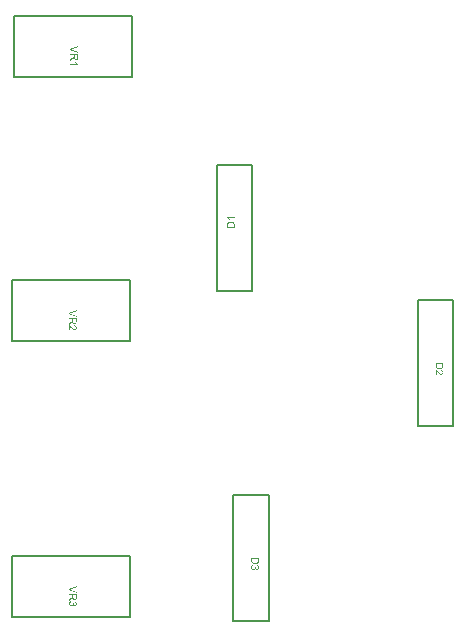
<source format=gbr>
%TF.GenerationSoftware,Altium Limited,Altium Designer,23.3.1 (30)*%
G04 Layer_Color=16711935*
%FSLAX26Y26*%
%MOIN*%
%TF.SameCoordinates,8F501EFE-F143-482A-9327-88418F9FCBED*%
%TF.FilePolarity,Positive*%
%TF.FileFunction,Other,Top_Assembly*%
%TF.Part,Single*%
G01*
G75*
%TA.AperFunction,NonConductor*%
%ADD34C,0.007874*%
G36*
X2715188Y1565318D02*
X2715152Y1564663D01*
X2715116Y1563935D01*
X2715043Y1563207D01*
X2714934Y1562479D01*
X2714824Y1561860D01*
Y1561823D01*
X2714788Y1561751D01*
Y1561641D01*
X2714715Y1561496D01*
X2714606Y1561095D01*
X2714424Y1560586D01*
X2714169Y1560004D01*
X2713842Y1559385D01*
X2713478Y1558766D01*
X2713004Y1558184D01*
X2712968Y1558147D01*
X2712932Y1558111D01*
X2712822Y1558002D01*
X2712713Y1557856D01*
X2712349Y1557492D01*
X2711840Y1557055D01*
X2711221Y1556582D01*
X2710493Y1556072D01*
X2709656Y1555599D01*
X2708709Y1555199D01*
X2708673D01*
X2708600Y1555162D01*
X2708454Y1555090D01*
X2708236Y1555053D01*
X2707981Y1554944D01*
X2707690Y1554871D01*
X2707362Y1554798D01*
X2706962Y1554689D01*
X2706562Y1554580D01*
X2706088Y1554507D01*
X2705069Y1554325D01*
X2703941Y1554216D01*
X2702703Y1554179D01*
X2702667D01*
X2702594D01*
X2702412D01*
X2702230D01*
X2701975Y1554216D01*
X2701684D01*
X2700992Y1554252D01*
X2700192Y1554361D01*
X2699354Y1554471D01*
X2698481Y1554653D01*
X2697607Y1554871D01*
X2697571D01*
X2697498Y1554908D01*
X2697389Y1554944D01*
X2697243Y1554980D01*
X2696843Y1555126D01*
X2696333Y1555344D01*
X2695751Y1555563D01*
X2695168Y1555854D01*
X2694550Y1556218D01*
X2693967Y1556582D01*
X2693894Y1556618D01*
X2693712Y1556764D01*
X2693458Y1556982D01*
X2693130Y1557274D01*
X2692766Y1557601D01*
X2692402Y1558002D01*
X2692002Y1558402D01*
X2691674Y1558875D01*
X2691638Y1558948D01*
X2691528Y1559093D01*
X2691383Y1559348D01*
X2691201Y1559712D01*
X2690982Y1560149D01*
X2690800Y1560659D01*
X2690582Y1561241D01*
X2690400Y1561896D01*
Y1561969D01*
X2690364Y1562078D01*
X2690327Y1562188D01*
X2690291Y1562552D01*
X2690218Y1563061D01*
X2690145Y1563643D01*
X2690072Y1564335D01*
X2690036Y1565100D01*
X2690000Y1565937D01*
Y1575000D01*
X2715188D01*
Y1565318D01*
D02*
G37*
G36*
X2690691Y1551267D02*
X2691019Y1551231D01*
X2691383Y1551158D01*
X2691747Y1551085D01*
X2692147Y1550940D01*
X2692184D01*
X2692220Y1550903D01*
X2692438Y1550831D01*
X2692766Y1550685D01*
X2693203Y1550467D01*
X2693712Y1550176D01*
X2694295Y1549812D01*
X2694877Y1549411D01*
X2695496Y1548901D01*
X2695532D01*
X2695569Y1548829D01*
X2695787Y1548647D01*
X2696115Y1548319D01*
X2696588Y1547846D01*
X2697134Y1547300D01*
X2697789Y1546608D01*
X2698517Y1545771D01*
X2699282Y1544861D01*
X2699318Y1544825D01*
X2699427Y1544679D01*
X2699609Y1544461D01*
X2699828Y1544206D01*
X2700119Y1543878D01*
X2700446Y1543478D01*
X2700810Y1543078D01*
X2701211Y1542604D01*
X2702084Y1541694D01*
X2702958Y1540784D01*
X2703395Y1540348D01*
X2703832Y1539947D01*
X2704232Y1539583D01*
X2704632Y1539292D01*
X2704669D01*
X2704705Y1539219D01*
X2704814Y1539146D01*
X2704960Y1539073D01*
X2705360Y1538819D01*
X2705834Y1538527D01*
X2706416Y1538273D01*
X2707035Y1538018D01*
X2707726Y1537872D01*
X2708382Y1537800D01*
X2708418D01*
X2708454D01*
X2708673Y1537836D01*
X2709037Y1537872D01*
X2709437Y1537982D01*
X2709947Y1538127D01*
X2710456Y1538382D01*
X2710966Y1538709D01*
X2711476Y1539146D01*
X2711548Y1539219D01*
X2711694Y1539401D01*
X2711876Y1539656D01*
X2712131Y1540056D01*
X2712349Y1540566D01*
X2712568Y1541148D01*
X2712713Y1541840D01*
X2712750Y1542604D01*
Y1542823D01*
X2712713Y1542968D01*
X2712677Y1543405D01*
X2712568Y1543915D01*
X2712422Y1544461D01*
X2712167Y1545080D01*
X2711840Y1545662D01*
X2711403Y1546208D01*
X2711330Y1546281D01*
X2711148Y1546426D01*
X2710857Y1546645D01*
X2710420Y1546863D01*
X2709910Y1547118D01*
X2709255Y1547336D01*
X2708527Y1547482D01*
X2707690Y1547555D01*
X2708018Y1550722D01*
X2708054D01*
X2708163Y1550685D01*
X2708345D01*
X2708600Y1550649D01*
X2708891Y1550576D01*
X2709219Y1550503D01*
X2709619Y1550394D01*
X2710020Y1550285D01*
X2710893Y1549994D01*
X2711767Y1549557D01*
X2712204Y1549302D01*
X2712640Y1548974D01*
X2713041Y1548647D01*
X2713405Y1548283D01*
X2713441Y1548246D01*
X2713478Y1548174D01*
X2713587Y1548064D01*
X2713696Y1547882D01*
X2713842Y1547664D01*
X2713987Y1547409D01*
X2714169Y1547118D01*
X2714351Y1546754D01*
X2714533Y1546353D01*
X2714715Y1545917D01*
X2714861Y1545444D01*
X2715006Y1544934D01*
X2715116Y1544388D01*
X2715225Y1543805D01*
X2715261Y1543187D01*
X2715298Y1542532D01*
Y1542168D01*
X2715261Y1541913D01*
X2715225Y1541621D01*
X2715188Y1541257D01*
X2715116Y1540857D01*
X2715043Y1540457D01*
X2714788Y1539510D01*
X2714424Y1538564D01*
X2714206Y1538091D01*
X2713951Y1537618D01*
X2713623Y1537181D01*
X2713259Y1536780D01*
X2713223Y1536744D01*
X2713186Y1536671D01*
X2713041Y1536598D01*
X2712895Y1536453D01*
X2712713Y1536271D01*
X2712458Y1536089D01*
X2712204Y1535907D01*
X2711876Y1535688D01*
X2711184Y1535324D01*
X2710311Y1534960D01*
X2709874Y1534815D01*
X2709364Y1534742D01*
X2708855Y1534669D01*
X2708309Y1534633D01*
X2708236D01*
X2708054D01*
X2707763Y1534669D01*
X2707362Y1534706D01*
X2706926Y1534778D01*
X2706416Y1534924D01*
X2705870Y1535070D01*
X2705324Y1535288D01*
X2705251Y1535324D01*
X2705069Y1535397D01*
X2704778Y1535543D01*
X2704378Y1535761D01*
X2703941Y1536052D01*
X2703395Y1536416D01*
X2702849Y1536853D01*
X2702230Y1537363D01*
X2702157Y1537436D01*
X2701939Y1537618D01*
X2701757Y1537800D01*
X2701575Y1537982D01*
X2701356Y1538200D01*
X2701065Y1538491D01*
X2700774Y1538782D01*
X2700446Y1539146D01*
X2700082Y1539510D01*
X2699682Y1539947D01*
X2699282Y1540420D01*
X2698808Y1540930D01*
X2698335Y1541512D01*
X2697826Y1542095D01*
X2697789Y1542131D01*
X2697716Y1542204D01*
X2697607Y1542350D01*
X2697462Y1542532D01*
X2697243Y1542750D01*
X2697025Y1543005D01*
X2696552Y1543587D01*
X2696006Y1544206D01*
X2695460Y1544788D01*
X2694986Y1545298D01*
X2694804Y1545516D01*
X2694622Y1545698D01*
X2694586Y1545735D01*
X2694477Y1545844D01*
X2694331Y1545989D01*
X2694113Y1546171D01*
X2693858Y1546353D01*
X2693603Y1546572D01*
X2692984Y1547009D01*
Y1534596D01*
X2690000D01*
Y1551304D01*
X2690036D01*
X2690182D01*
X2690400D01*
X2690691Y1551267D01*
D02*
G37*
G36*
X2020000Y2057490D02*
X2000308D01*
X2000344Y2057453D01*
X2000490Y2057271D01*
X2000708Y2057053D01*
X2000963Y2056689D01*
X2001291Y2056289D01*
X2001655Y2055779D01*
X2002055Y2055197D01*
X2002456Y2054541D01*
Y2054505D01*
X2002492Y2054468D01*
X2002638Y2054250D01*
X2002820Y2053886D01*
X2003038Y2053449D01*
X2003293Y2052940D01*
X2003548Y2052394D01*
X2003802Y2051848D01*
X2004021Y2051302D01*
X2001036D01*
Y2051338D01*
X2000963Y2051411D01*
X2000927Y2051557D01*
X2000818Y2051738D01*
X2000708Y2051957D01*
X2000563Y2052212D01*
X2000199Y2052831D01*
X1999798Y2053559D01*
X1999289Y2054287D01*
X1998706Y2055051D01*
X1998088Y2055815D01*
X1998051Y2055852D01*
X1998015Y2055888D01*
X1997906Y2055997D01*
X1997796Y2056143D01*
X1997432Y2056470D01*
X1996996Y2056907D01*
X1996486Y2057344D01*
X1995904Y2057817D01*
X1995321Y2058218D01*
X1994702Y2058582D01*
Y2060584D01*
X2020000D01*
Y2057490D01*
D02*
G37*
G36*
X2008025Y2045587D02*
X2008316D01*
X2009008Y2045551D01*
X2009808Y2045441D01*
X2010646Y2045332D01*
X2011519Y2045150D01*
X2012393Y2044932D01*
X2012429D01*
X2012502Y2044895D01*
X2012611Y2044859D01*
X2012757Y2044822D01*
X2013157Y2044677D01*
X2013667Y2044458D01*
X2014249Y2044240D01*
X2014832Y2043949D01*
X2015450Y2043585D01*
X2016033Y2043221D01*
X2016106Y2043185D01*
X2016288Y2043039D01*
X2016542Y2042821D01*
X2016870Y2042529D01*
X2017234Y2042202D01*
X2017598Y2041801D01*
X2017998Y2041401D01*
X2018326Y2040928D01*
X2018362Y2040855D01*
X2018472Y2040709D01*
X2018617Y2040455D01*
X2018799Y2040091D01*
X2019018Y2039654D01*
X2019200Y2039144D01*
X2019418Y2038562D01*
X2019600Y2037907D01*
Y2037834D01*
X2019636Y2037725D01*
X2019673Y2037615D01*
X2019709Y2037251D01*
X2019782Y2036742D01*
X2019855Y2036159D01*
X2019928Y2035468D01*
X2019964Y2034703D01*
X2020000Y2033866D01*
Y2024803D01*
X1994812D01*
Y2034485D01*
X1994848Y2035140D01*
X1994884Y2035868D01*
X1994957Y2036596D01*
X1995066Y2037324D01*
X1995176Y2037943D01*
Y2037979D01*
X1995212Y2038052D01*
Y2038161D01*
X1995285Y2038307D01*
X1995394Y2038707D01*
X1995576Y2039217D01*
X1995831Y2039799D01*
X1996158Y2040418D01*
X1996522Y2041037D01*
X1996996Y2041619D01*
X1997032Y2041656D01*
X1997068Y2041692D01*
X1997178Y2041801D01*
X1997287Y2041947D01*
X1997651Y2042311D01*
X1998160Y2042748D01*
X1998779Y2043221D01*
X1999507Y2043730D01*
X2000344Y2044204D01*
X2001291Y2044604D01*
X2001327D01*
X2001400Y2044640D01*
X2001546Y2044713D01*
X2001764Y2044750D01*
X2002019Y2044859D01*
X2002310Y2044932D01*
X2002638Y2045005D01*
X2003038Y2045114D01*
X2003438Y2045223D01*
X2003912Y2045296D01*
X2004931Y2045478D01*
X2006059Y2045587D01*
X2007297Y2045623D01*
X2007333D01*
X2007406D01*
X2007588D01*
X2007770D01*
X2008025Y2045587D01*
D02*
G37*
G36*
X1497777Y2626557D02*
X1479468Y2620005D01*
X1479432D01*
X1479359Y2619968D01*
X1479250Y2619932D01*
X1479104Y2619859D01*
X1478886Y2619823D01*
X1478668Y2619750D01*
X1478121Y2619568D01*
X1477503Y2619350D01*
X1476811Y2619131D01*
X1475355Y2618694D01*
X1475391D01*
X1475464Y2618658D01*
X1475573Y2618622D01*
X1475719Y2618585D01*
X1476120Y2618476D01*
X1476666Y2618294D01*
X1477284Y2618112D01*
X1477976Y2617894D01*
X1478704Y2617639D01*
X1479468Y2617348D01*
X1497777Y2610504D01*
Y2607119D01*
X1472589Y2616947D01*
Y2620442D01*
X1497777Y2630197D01*
Y2626557D01*
D02*
G37*
G36*
Y2592377D02*
X1497741Y2592086D01*
Y2591758D01*
X1497705Y2590994D01*
X1497595Y2590193D01*
X1497486Y2589320D01*
X1497304Y2588519D01*
X1497195Y2588118D01*
X1497086Y2587791D01*
Y2587754D01*
X1497050Y2587718D01*
X1496940Y2587500D01*
X1496795Y2587172D01*
X1496540Y2586772D01*
X1496212Y2586335D01*
X1495775Y2585862D01*
X1495266Y2585425D01*
X1494684Y2584988D01*
X1494647D01*
X1494611Y2584952D01*
X1494392Y2584806D01*
X1494028Y2584660D01*
X1493555Y2584442D01*
X1493009Y2584260D01*
X1492354Y2584078D01*
X1491662Y2583969D01*
X1490898Y2583932D01*
X1490861D01*
X1490789D01*
X1490643D01*
X1490461Y2583969D01*
X1490206D01*
X1489951Y2584005D01*
X1489333Y2584151D01*
X1488605Y2584369D01*
X1487840Y2584660D01*
X1487076Y2585097D01*
X1486712Y2585388D01*
X1486348Y2585680D01*
X1486312Y2585716D01*
X1486275Y2585752D01*
X1486166Y2585862D01*
X1486057Y2586007D01*
X1485911Y2586189D01*
X1485765Y2586408D01*
X1485583Y2586699D01*
X1485365Y2586990D01*
X1485183Y2587354D01*
X1485001Y2587754D01*
X1484783Y2588191D01*
X1484601Y2588664D01*
X1484455Y2589210D01*
X1484273Y2589756D01*
X1484164Y2590375D01*
X1484055Y2591030D01*
X1484018Y2590958D01*
X1483946Y2590812D01*
X1483800Y2590594D01*
X1483654Y2590302D01*
X1483254Y2589647D01*
X1482999Y2589320D01*
X1482781Y2589028D01*
X1482708Y2588956D01*
X1482526Y2588774D01*
X1482235Y2588482D01*
X1481871Y2588118D01*
X1481361Y2587718D01*
X1480815Y2587245D01*
X1480160Y2586772D01*
X1479432Y2586262D01*
X1472589Y2581930D01*
Y2586080D01*
X1477830Y2589392D01*
X1477867D01*
X1477939Y2589465D01*
X1478049Y2589538D01*
X1478194Y2589647D01*
X1478595Y2589902D01*
X1479104Y2590230D01*
X1479650Y2590630D01*
X1480233Y2591030D01*
X1480779Y2591431D01*
X1481288Y2591795D01*
X1481325Y2591831D01*
X1481470Y2591940D01*
X1481689Y2592122D01*
X1481944Y2592377D01*
X1482489Y2592923D01*
X1482744Y2593214D01*
X1482963Y2593506D01*
X1482999Y2593542D01*
X1483035Y2593615D01*
X1483108Y2593760D01*
X1483217Y2593979D01*
X1483327Y2594197D01*
X1483436Y2594452D01*
X1483618Y2595034D01*
Y2595071D01*
X1483654Y2595144D01*
Y2595289D01*
X1483691Y2595471D01*
X1483727Y2595726D01*
Y2596017D01*
X1483764Y2596418D01*
Y2600713D01*
X1472589D01*
Y2604062D01*
X1497777D01*
Y2592377D01*
D02*
G37*
G36*
X1491553Y2577562D02*
X1491626Y2577490D01*
X1491662Y2577344D01*
X1491772Y2577162D01*
X1491881Y2576944D01*
X1492026Y2576689D01*
X1492390Y2576070D01*
X1492791Y2575342D01*
X1493300Y2574614D01*
X1493883Y2573850D01*
X1494502Y2573085D01*
X1494538Y2573049D01*
X1494574Y2573012D01*
X1494684Y2572903D01*
X1494793Y2572758D01*
X1495157Y2572430D01*
X1495593Y2571993D01*
X1496103Y2571556D01*
X1496686Y2571083D01*
X1497268Y2570683D01*
X1497887Y2570319D01*
Y2568317D01*
X1472589D01*
Y2571411D01*
X1492281D01*
X1492245Y2571447D01*
X1492099Y2571629D01*
X1491881Y2571848D01*
X1491626Y2572212D01*
X1491298Y2572612D01*
X1490934Y2573122D01*
X1490534Y2573704D01*
X1490133Y2574359D01*
Y2574396D01*
X1490097Y2574432D01*
X1489951Y2574650D01*
X1489770Y2575014D01*
X1489551Y2575451D01*
X1489296Y2575961D01*
X1489042Y2576507D01*
X1488787Y2577053D01*
X1488568Y2577599D01*
X1491553D01*
Y2577562D01*
D02*
G37*
G36*
X1493214Y826557D02*
X1474905Y820005D01*
X1474869D01*
X1474796Y819968D01*
X1474687Y819932D01*
X1474541Y819859D01*
X1474323Y819823D01*
X1474104Y819750D01*
X1473558Y819568D01*
X1472939Y819350D01*
X1472248Y819131D01*
X1470792Y818694D01*
X1470828D01*
X1470901Y818658D01*
X1471010Y818622D01*
X1471156Y818585D01*
X1471556Y818476D01*
X1472102Y818294D01*
X1472721Y818112D01*
X1473413Y817894D01*
X1474141Y817639D01*
X1474905Y817348D01*
X1493214Y810504D01*
Y807119D01*
X1468025Y816947D01*
Y820442D01*
X1493214Y830197D01*
Y826557D01*
D02*
G37*
G36*
Y792377D02*
X1493178Y792086D01*
Y791758D01*
X1493141Y790994D01*
X1493032Y790193D01*
X1492923Y789320D01*
X1492741Y788519D01*
X1492632Y788118D01*
X1492523Y787791D01*
Y787754D01*
X1492486Y787718D01*
X1492377Y787500D01*
X1492232Y787172D01*
X1491977Y786772D01*
X1491649Y786335D01*
X1491212Y785862D01*
X1490703Y785425D01*
X1490120Y784988D01*
X1490084D01*
X1490047Y784952D01*
X1489829Y784806D01*
X1489465Y784660D01*
X1488992Y784442D01*
X1488446Y784260D01*
X1487791Y784078D01*
X1487099Y783969D01*
X1486335Y783932D01*
X1486298D01*
X1486226D01*
X1486080D01*
X1485898Y783969D01*
X1485643D01*
X1485388Y784005D01*
X1484770Y784151D01*
X1484042Y784369D01*
X1483277Y784660D01*
X1482513Y785097D01*
X1482149Y785388D01*
X1481785Y785680D01*
X1481748Y785716D01*
X1481712Y785752D01*
X1481603Y785862D01*
X1481494Y786007D01*
X1481348Y786189D01*
X1481202Y786408D01*
X1481020Y786699D01*
X1480802Y786990D01*
X1480620Y787354D01*
X1480438Y787754D01*
X1480219Y788191D01*
X1480037Y788664D01*
X1479892Y789210D01*
X1479710Y789756D01*
X1479601Y790375D01*
X1479492Y791030D01*
X1479455Y790958D01*
X1479382Y790812D01*
X1479237Y790594D01*
X1479091Y790302D01*
X1478691Y789647D01*
X1478436Y789320D01*
X1478217Y789028D01*
X1478145Y788956D01*
X1477963Y788774D01*
X1477671Y788482D01*
X1477307Y788118D01*
X1476798Y787718D01*
X1476252Y787245D01*
X1475597Y786772D01*
X1474869Y786262D01*
X1468025Y781930D01*
Y786080D01*
X1473267Y789392D01*
X1473303D01*
X1473376Y789465D01*
X1473486Y789538D01*
X1473631Y789647D01*
X1474032Y789902D01*
X1474541Y790230D01*
X1475087Y790630D01*
X1475669Y791030D01*
X1476216Y791431D01*
X1476725Y791795D01*
X1476762Y791831D01*
X1476907Y791940D01*
X1477126Y792122D01*
X1477380Y792377D01*
X1477926Y792923D01*
X1478181Y793214D01*
X1478399Y793506D01*
X1478436Y793542D01*
X1478472Y793615D01*
X1478545Y793760D01*
X1478654Y793979D01*
X1478764Y794197D01*
X1478873Y794452D01*
X1479055Y795034D01*
Y795071D01*
X1479091Y795144D01*
Y795289D01*
X1479128Y795471D01*
X1479164Y795726D01*
Y796017D01*
X1479200Y796418D01*
Y800713D01*
X1468025D01*
Y804062D01*
X1493214D01*
Y792377D01*
D02*
G37*
G36*
X1475087Y776834D02*
X1475051D01*
X1474978Y776798D01*
X1474832Y776762D01*
X1474650Y776725D01*
X1474432Y776689D01*
X1474177Y776616D01*
X1473631Y776434D01*
X1472976Y776179D01*
X1472357Y775852D01*
X1471775Y775488D01*
X1471265Y775051D01*
X1471229Y774978D01*
X1471083Y774832D01*
X1470901Y774541D01*
X1470719Y774177D01*
X1470501Y773740D01*
X1470319Y773194D01*
X1470173Y772576D01*
X1470137Y771920D01*
Y771702D01*
X1470173Y771556D01*
X1470209Y771156D01*
X1470319Y770646D01*
X1470501Y770064D01*
X1470755Y769445D01*
X1471120Y768826D01*
X1471629Y768244D01*
X1471702Y768171D01*
X1471920Y767989D01*
X1472248Y767771D01*
X1472685Y767480D01*
X1473231Y767188D01*
X1473850Y766970D01*
X1474578Y766788D01*
X1475378Y766715D01*
X1475415D01*
X1475487D01*
X1475597D01*
X1475742Y766752D01*
X1476143Y766788D01*
X1476616Y766897D01*
X1477198Y767043D01*
X1477781Y767298D01*
X1478363Y767662D01*
X1478909Y768135D01*
X1478982Y768208D01*
X1479128Y768390D01*
X1479346Y768681D01*
X1479601Y769081D01*
X1479855Y769591D01*
X1480074Y770210D01*
X1480219Y770901D01*
X1480292Y771666D01*
Y771993D01*
X1480256Y772248D01*
X1480219Y772576D01*
X1480147Y772940D01*
X1480074Y773376D01*
X1479965Y773850D01*
X1482695Y773486D01*
Y773304D01*
X1482658Y773158D01*
Y772685D01*
X1482731Y772284D01*
X1482804Y771811D01*
X1482913Y771265D01*
X1483095Y770646D01*
X1483350Y770064D01*
X1483678Y769445D01*
Y769409D01*
X1483714Y769372D01*
X1483860Y769190D01*
X1484114Y768936D01*
X1484442Y768644D01*
X1484915Y768353D01*
X1485461Y768098D01*
X1486080Y767916D01*
X1486444Y767844D01*
X1486844D01*
X1486881D01*
X1486917D01*
X1487136D01*
X1487427Y767916D01*
X1487827Y767989D01*
X1488264Y768135D01*
X1488737Y768317D01*
X1489210Y768608D01*
X1489647Y769008D01*
X1489684Y769045D01*
X1489829Y769227D01*
X1490011Y769482D01*
X1490229Y769809D01*
X1490411Y770246D01*
X1490593Y770756D01*
X1490739Y771338D01*
X1490775Y771993D01*
Y772284D01*
X1490703Y772612D01*
X1490630Y773049D01*
X1490484Y773522D01*
X1490302Y773995D01*
X1490011Y774505D01*
X1489647Y774978D01*
X1489611Y775014D01*
X1489429Y775160D01*
X1489174Y775378D01*
X1488810Y775633D01*
X1488337Y775888D01*
X1487754Y776143D01*
X1487063Y776361D01*
X1486262Y776507D01*
X1486808Y779601D01*
X1486844D01*
X1486954Y779564D01*
X1487099Y779528D01*
X1487318Y779492D01*
X1487572Y779419D01*
X1487863Y779310D01*
X1488555Y779091D01*
X1489356Y778727D01*
X1490157Y778290D01*
X1490921Y777744D01*
X1491613Y777053D01*
X1491649Y777016D01*
X1491686Y776944D01*
X1491758Y776834D01*
X1491868Y776689D01*
X1492013Y776507D01*
X1492159Y776252D01*
X1492304Y775997D01*
X1492486Y775670D01*
X1492777Y774942D01*
X1493069Y774104D01*
X1493251Y773122D01*
X1493323Y772612D01*
Y771702D01*
X1493287Y771302D01*
X1493214Y770828D01*
X1493105Y770246D01*
X1492923Y769591D01*
X1492705Y768936D01*
X1492414Y768280D01*
Y768244D01*
X1492377Y768208D01*
X1492268Y767989D01*
X1492050Y767662D01*
X1491795Y767298D01*
X1491431Y766861D01*
X1491030Y766424D01*
X1490557Y765987D01*
X1490011Y765623D01*
X1489938Y765587D01*
X1489756Y765478D01*
X1489429Y765332D01*
X1489028Y765150D01*
X1488555Y764968D01*
X1488009Y764822D01*
X1487390Y764713D01*
X1486772Y764677D01*
X1486699D01*
X1486480D01*
X1486189Y764713D01*
X1485789Y764786D01*
X1485315Y764895D01*
X1484806Y765077D01*
X1484296Y765296D01*
X1483787Y765587D01*
X1483714Y765623D01*
X1483568Y765732D01*
X1483313Y765951D01*
X1483022Y766242D01*
X1482695Y766606D01*
X1482331Y767043D01*
X1482003Y767552D01*
X1481676Y768171D01*
Y768135D01*
X1481639Y768062D01*
X1481603Y767953D01*
X1481566Y767807D01*
X1481421Y767407D01*
X1481202Y766897D01*
X1480911Y766315D01*
X1480547Y765732D01*
X1480074Y765186D01*
X1479528Y764677D01*
X1479455Y764640D01*
X1479237Y764495D01*
X1478873Y764276D01*
X1478399Y764058D01*
X1477817Y763840D01*
X1477126Y763621D01*
X1476325Y763476D01*
X1475451Y763439D01*
X1475415D01*
X1475305D01*
X1475123D01*
X1474905Y763476D01*
X1474614Y763512D01*
X1474286Y763585D01*
X1473922Y763658D01*
X1473522Y763730D01*
X1472648Y764022D01*
X1472175Y764240D01*
X1471738Y764458D01*
X1471265Y764750D01*
X1470792Y765077D01*
X1470319Y765441D01*
X1469882Y765878D01*
X1469845Y765914D01*
X1469773Y765987D01*
X1469664Y766133D01*
X1469518Y766315D01*
X1469336Y766533D01*
X1469154Y766824D01*
X1468936Y767152D01*
X1468754Y767552D01*
X1468535Y767953D01*
X1468317Y768426D01*
X1468135Y768899D01*
X1467953Y769445D01*
X1467807Y770028D01*
X1467698Y770646D01*
X1467625Y771265D01*
X1467589Y771957D01*
Y772284D01*
X1467625Y772503D01*
X1467661Y772794D01*
X1467698Y773122D01*
X1467771Y773486D01*
X1467843Y773886D01*
X1468062Y774760D01*
X1468426Y775670D01*
X1468644Y776143D01*
X1468899Y776580D01*
X1469227Y777016D01*
X1469554Y777453D01*
X1469591Y777490D01*
X1469664Y777562D01*
X1469773Y777672D01*
X1469918Y777781D01*
X1470100Y777963D01*
X1470355Y778145D01*
X1470610Y778363D01*
X1470938Y778582D01*
X1471302Y778800D01*
X1471666Y779018D01*
X1472539Y779419D01*
X1473558Y779746D01*
X1474104Y779856D01*
X1474687Y779928D01*
X1475087Y776834D01*
D02*
G37*
G36*
X1492777Y1746557D02*
X1474468Y1740005D01*
X1474432D01*
X1474359Y1739968D01*
X1474250Y1739932D01*
X1474104Y1739859D01*
X1473886Y1739823D01*
X1473668Y1739750D01*
X1473121Y1739568D01*
X1472503Y1739350D01*
X1471811Y1739131D01*
X1470355Y1738694D01*
X1470391D01*
X1470464Y1738658D01*
X1470573Y1738622D01*
X1470719Y1738585D01*
X1471120Y1738476D01*
X1471666Y1738294D01*
X1472284Y1738112D01*
X1472976Y1737894D01*
X1473704Y1737639D01*
X1474468Y1737348D01*
X1492777Y1730504D01*
Y1727119D01*
X1467589Y1736947D01*
Y1740442D01*
X1492777Y1750197D01*
Y1746557D01*
D02*
G37*
G36*
Y1712377D02*
X1492741Y1712086D01*
Y1711758D01*
X1492705Y1710994D01*
X1492595Y1710193D01*
X1492486Y1709320D01*
X1492304Y1708519D01*
X1492195Y1708118D01*
X1492086Y1707791D01*
Y1707754D01*
X1492050Y1707718D01*
X1491940Y1707500D01*
X1491795Y1707172D01*
X1491540Y1706772D01*
X1491212Y1706335D01*
X1490775Y1705862D01*
X1490266Y1705425D01*
X1489684Y1704988D01*
X1489647D01*
X1489611Y1704952D01*
X1489392Y1704806D01*
X1489028Y1704660D01*
X1488555Y1704442D01*
X1488009Y1704260D01*
X1487354Y1704078D01*
X1486662Y1703969D01*
X1485898Y1703932D01*
X1485861D01*
X1485789D01*
X1485643D01*
X1485461Y1703969D01*
X1485206D01*
X1484951Y1704005D01*
X1484333Y1704151D01*
X1483605Y1704369D01*
X1482840Y1704660D01*
X1482076Y1705097D01*
X1481712Y1705388D01*
X1481348Y1705680D01*
X1481312Y1705716D01*
X1481275Y1705752D01*
X1481166Y1705862D01*
X1481057Y1706007D01*
X1480911Y1706189D01*
X1480765Y1706408D01*
X1480583Y1706699D01*
X1480365Y1706990D01*
X1480183Y1707354D01*
X1480001Y1707754D01*
X1479783Y1708191D01*
X1479601Y1708664D01*
X1479455Y1709210D01*
X1479273Y1709756D01*
X1479164Y1710375D01*
X1479055Y1711030D01*
X1479018Y1710958D01*
X1478946Y1710812D01*
X1478800Y1710594D01*
X1478654Y1710302D01*
X1478254Y1709647D01*
X1477999Y1709320D01*
X1477781Y1709028D01*
X1477708Y1708956D01*
X1477526Y1708774D01*
X1477235Y1708482D01*
X1476871Y1708118D01*
X1476361Y1707718D01*
X1475815Y1707245D01*
X1475160Y1706772D01*
X1474432Y1706262D01*
X1467589Y1701930D01*
Y1706080D01*
X1472830Y1709392D01*
X1472867D01*
X1472939Y1709465D01*
X1473049Y1709538D01*
X1473194Y1709647D01*
X1473595Y1709902D01*
X1474104Y1710230D01*
X1474650Y1710630D01*
X1475233Y1711030D01*
X1475779Y1711431D01*
X1476288Y1711795D01*
X1476325Y1711831D01*
X1476470Y1711940D01*
X1476689Y1712122D01*
X1476944Y1712377D01*
X1477489Y1712923D01*
X1477744Y1713214D01*
X1477963Y1713506D01*
X1477999Y1713542D01*
X1478035Y1713615D01*
X1478108Y1713760D01*
X1478217Y1713979D01*
X1478327Y1714197D01*
X1478436Y1714452D01*
X1478618Y1715034D01*
Y1715071D01*
X1478654Y1715144D01*
Y1715289D01*
X1478691Y1715471D01*
X1478727Y1715726D01*
Y1716017D01*
X1478764Y1716418D01*
Y1720713D01*
X1467589D01*
Y1724062D01*
X1492777D01*
Y1712377D01*
D02*
G37*
G36*
X1468280Y1700365D02*
X1468608Y1700329D01*
X1468972Y1700256D01*
X1469336Y1700183D01*
X1469736Y1700038D01*
X1469773D01*
X1469809Y1700001D01*
X1470027Y1699928D01*
X1470355Y1699783D01*
X1470792Y1699564D01*
X1471302Y1699273D01*
X1471884Y1698909D01*
X1472466Y1698509D01*
X1473085Y1697999D01*
X1473121D01*
X1473158Y1697926D01*
X1473376Y1697744D01*
X1473704Y1697417D01*
X1474177Y1696944D01*
X1474723Y1696398D01*
X1475378Y1695706D01*
X1476106Y1694869D01*
X1476871Y1693959D01*
X1476907Y1693922D01*
X1477016Y1693777D01*
X1477198Y1693558D01*
X1477417Y1693304D01*
X1477708Y1692976D01*
X1478035Y1692576D01*
X1478399Y1692175D01*
X1478800Y1691702D01*
X1479674Y1690792D01*
X1480547Y1689882D01*
X1480984Y1689445D01*
X1481421Y1689045D01*
X1481821Y1688681D01*
X1482222Y1688390D01*
X1482258D01*
X1482294Y1688317D01*
X1482403Y1688244D01*
X1482549Y1688171D01*
X1482949Y1687916D01*
X1483423Y1687625D01*
X1484005Y1687370D01*
X1484624Y1687116D01*
X1485315Y1686970D01*
X1485971Y1686897D01*
X1486007D01*
X1486043D01*
X1486262Y1686934D01*
X1486626Y1686970D01*
X1487026Y1687079D01*
X1487536Y1687225D01*
X1488045Y1687480D01*
X1488555Y1687807D01*
X1489065Y1688244D01*
X1489138Y1688317D01*
X1489283Y1688499D01*
X1489465Y1688754D01*
X1489720Y1689154D01*
X1489938Y1689664D01*
X1490157Y1690246D01*
X1490302Y1690938D01*
X1490339Y1691702D01*
Y1691920D01*
X1490302Y1692066D01*
X1490266Y1692503D01*
X1490157Y1693012D01*
X1490011Y1693558D01*
X1489756Y1694177D01*
X1489429Y1694760D01*
X1488992Y1695306D01*
X1488919Y1695378D01*
X1488737Y1695524D01*
X1488446Y1695742D01*
X1488009Y1695961D01*
X1487499Y1696216D01*
X1486844Y1696434D01*
X1486116Y1696580D01*
X1485279Y1696652D01*
X1485607Y1699819D01*
X1485643D01*
X1485752Y1699783D01*
X1485934D01*
X1486189Y1699746D01*
X1486480Y1699674D01*
X1486808Y1699601D01*
X1487208Y1699492D01*
X1487609Y1699382D01*
X1488482Y1699091D01*
X1489356Y1698654D01*
X1489793Y1698400D01*
X1490229Y1698072D01*
X1490630Y1697744D01*
X1490994Y1697380D01*
X1491030Y1697344D01*
X1491067Y1697271D01*
X1491176Y1697162D01*
X1491285Y1696980D01*
X1491431Y1696762D01*
X1491576Y1696507D01*
X1491758Y1696216D01*
X1491940Y1695852D01*
X1492122Y1695451D01*
X1492304Y1695014D01*
X1492450Y1694541D01*
X1492595Y1694032D01*
X1492705Y1693486D01*
X1492814Y1692903D01*
X1492850Y1692284D01*
X1492887Y1691629D01*
Y1691265D01*
X1492850Y1691010D01*
X1492814Y1690719D01*
X1492777Y1690355D01*
X1492705Y1689955D01*
X1492632Y1689554D01*
X1492377Y1688608D01*
X1492013Y1687662D01*
X1491795Y1687188D01*
X1491540Y1686715D01*
X1491212Y1686278D01*
X1490848Y1685878D01*
X1490812Y1685842D01*
X1490775Y1685769D01*
X1490630Y1685696D01*
X1490484Y1685550D01*
X1490302Y1685368D01*
X1490047Y1685186D01*
X1489793Y1685004D01*
X1489465Y1684786D01*
X1488774Y1684422D01*
X1487900Y1684058D01*
X1487463Y1683912D01*
X1486954Y1683840D01*
X1486444Y1683767D01*
X1485898Y1683730D01*
X1485825D01*
X1485643D01*
X1485352Y1683767D01*
X1484951Y1683803D01*
X1484515Y1683876D01*
X1484005Y1684022D01*
X1483459Y1684167D01*
X1482913Y1684386D01*
X1482840Y1684422D01*
X1482658Y1684495D01*
X1482367Y1684640D01*
X1481967Y1684859D01*
X1481530Y1685150D01*
X1480984Y1685514D01*
X1480438Y1685951D01*
X1479819Y1686460D01*
X1479746Y1686533D01*
X1479528Y1686715D01*
X1479346Y1686897D01*
X1479164Y1687079D01*
X1478946Y1687298D01*
X1478654Y1687589D01*
X1478363Y1687880D01*
X1478035Y1688244D01*
X1477671Y1688608D01*
X1477271Y1689045D01*
X1476871Y1689518D01*
X1476398Y1690028D01*
X1475924Y1690610D01*
X1475415Y1691192D01*
X1475378Y1691229D01*
X1475305Y1691302D01*
X1475196Y1691447D01*
X1475051Y1691629D01*
X1474832Y1691848D01*
X1474614Y1692102D01*
X1474141Y1692685D01*
X1473595Y1693304D01*
X1473049Y1693886D01*
X1472575Y1694396D01*
X1472393Y1694614D01*
X1472211Y1694796D01*
X1472175Y1694832D01*
X1472066Y1694942D01*
X1471920Y1695087D01*
X1471702Y1695269D01*
X1471447Y1695451D01*
X1471192Y1695670D01*
X1470573Y1696106D01*
Y1683694D01*
X1467589D01*
Y1700402D01*
X1467625D01*
X1467771D01*
X1467989D01*
X1468280Y1700365D01*
D02*
G37*
G36*
X2100625Y915121D02*
X2100589Y914466D01*
X2100552Y913738D01*
X2100480Y913010D01*
X2100370Y912282D01*
X2100261Y911663D01*
Y911627D01*
X2100225Y911554D01*
Y911445D01*
X2100152Y911299D01*
X2100043Y910899D01*
X2099861Y910389D01*
X2099606Y909807D01*
X2099278Y909188D01*
X2098914Y908569D01*
X2098441Y907987D01*
X2098405Y907950D01*
X2098368Y907914D01*
X2098259Y907805D01*
X2098150Y907659D01*
X2097786Y907295D01*
X2097276Y906858D01*
X2096658Y906385D01*
X2095930Y905875D01*
X2095092Y905402D01*
X2094146Y905002D01*
X2094110D01*
X2094037Y904966D01*
X2093891Y904893D01*
X2093673Y904856D01*
X2093418Y904747D01*
X2093127Y904674D01*
X2092799Y904601D01*
X2092399Y904492D01*
X2091998Y904383D01*
X2091525Y904310D01*
X2090506Y904128D01*
X2089378Y904019D01*
X2088140Y903983D01*
X2088104D01*
X2088031D01*
X2087849D01*
X2087667D01*
X2087412Y904019D01*
X2087121D01*
X2086429Y904056D01*
X2085628Y904165D01*
X2084791Y904274D01*
X2083918Y904456D01*
X2083044Y904674D01*
X2083008D01*
X2082935Y904711D01*
X2082826Y904747D01*
X2082680Y904784D01*
X2082280Y904929D01*
X2081770Y905148D01*
X2081188Y905366D01*
X2080605Y905657D01*
X2079986Y906021D01*
X2079404Y906385D01*
X2079331Y906422D01*
X2079149Y906567D01*
X2078894Y906785D01*
X2078567Y907077D01*
X2078203Y907404D01*
X2077839Y907805D01*
X2077438Y908205D01*
X2077111Y908678D01*
X2077074Y908751D01*
X2076965Y908897D01*
X2076820Y909152D01*
X2076638Y909515D01*
X2076419Y909952D01*
X2076237Y910462D01*
X2076019Y911044D01*
X2075837Y911699D01*
Y911772D01*
X2075800Y911881D01*
X2075764Y911991D01*
X2075728Y912355D01*
X2075655Y912864D01*
X2075582Y913447D01*
X2075509Y914138D01*
X2075473Y914903D01*
X2075436Y915740D01*
Y924803D01*
X2100625D01*
Y915121D01*
D02*
G37*
G36*
X2082498Y897540D02*
X2082462D01*
X2082389Y897504D01*
X2082243Y897467D01*
X2082061Y897431D01*
X2081843Y897394D01*
X2081588Y897322D01*
X2081042Y897139D01*
X2080387Y896885D01*
X2079768Y896557D01*
X2079186Y896193D01*
X2078676Y895756D01*
X2078640Y895683D01*
X2078494Y895538D01*
X2078312Y895247D01*
X2078130Y894883D01*
X2077912Y894446D01*
X2077730Y893900D01*
X2077584Y893281D01*
X2077548Y892626D01*
Y892408D01*
X2077584Y892262D01*
X2077620Y891861D01*
X2077730Y891352D01*
X2077912Y890769D01*
X2078166Y890151D01*
X2078530Y889532D01*
X2079040Y888949D01*
X2079113Y888877D01*
X2079331Y888695D01*
X2079659Y888476D01*
X2080096Y888185D01*
X2080642Y887894D01*
X2081260Y887676D01*
X2081988Y887494D01*
X2082789Y887421D01*
X2082826D01*
X2082898D01*
X2083008D01*
X2083153Y887457D01*
X2083554Y887494D01*
X2084027Y887603D01*
X2084609Y887748D01*
X2085192Y888003D01*
X2085774Y888367D01*
X2086320Y888840D01*
X2086393Y888913D01*
X2086538Y889095D01*
X2086757Y889386D01*
X2087012Y889787D01*
X2087266Y890296D01*
X2087485Y890915D01*
X2087630Y891607D01*
X2087703Y892371D01*
Y892699D01*
X2087667Y892953D01*
X2087630Y893281D01*
X2087558Y893645D01*
X2087485Y894082D01*
X2087376Y894555D01*
X2090106Y894191D01*
Y894009D01*
X2090069Y893864D01*
Y893390D01*
X2090142Y892990D01*
X2090215Y892517D01*
X2090324Y891971D01*
X2090506Y891352D01*
X2090761Y890769D01*
X2091088Y890151D01*
Y890114D01*
X2091125Y890078D01*
X2091270Y889896D01*
X2091525Y889641D01*
X2091853Y889350D01*
X2092326Y889059D01*
X2092872Y888804D01*
X2093491Y888622D01*
X2093855Y888549D01*
X2094255D01*
X2094292D01*
X2094328D01*
X2094546D01*
X2094838Y888622D01*
X2095238Y888695D01*
X2095675Y888840D01*
X2096148Y889022D01*
X2096621Y889313D01*
X2097058Y889714D01*
X2097094Y889750D01*
X2097240Y889932D01*
X2097422Y890187D01*
X2097640Y890515D01*
X2097822Y890952D01*
X2098004Y891461D01*
X2098150Y892043D01*
X2098186Y892699D01*
Y892990D01*
X2098114Y893317D01*
X2098041Y893754D01*
X2097895Y894227D01*
X2097713Y894701D01*
X2097422Y895210D01*
X2097058Y895683D01*
X2097022Y895720D01*
X2096840Y895865D01*
X2096585Y896084D01*
X2096221Y896339D01*
X2095748Y896593D01*
X2095165Y896848D01*
X2094474Y897067D01*
X2093673Y897212D01*
X2094219Y900306D01*
X2094255D01*
X2094364Y900270D01*
X2094510Y900234D01*
X2094728Y900197D01*
X2094983Y900124D01*
X2095274Y900015D01*
X2095966Y899797D01*
X2096767Y899433D01*
X2097568Y898996D01*
X2098332Y898450D01*
X2099024Y897758D01*
X2099060Y897722D01*
X2099096Y897649D01*
X2099169Y897540D01*
X2099278Y897394D01*
X2099424Y897212D01*
X2099570Y896957D01*
X2099715Y896703D01*
X2099897Y896375D01*
X2100188Y895647D01*
X2100480Y894810D01*
X2100662Y893827D01*
X2100734Y893317D01*
Y892408D01*
X2100698Y892007D01*
X2100625Y891534D01*
X2100516Y890952D01*
X2100334Y890296D01*
X2100116Y889641D01*
X2099824Y888986D01*
Y888949D01*
X2099788Y888913D01*
X2099679Y888695D01*
X2099460Y888367D01*
X2099206Y888003D01*
X2098842Y887566D01*
X2098441Y887130D01*
X2097968Y886693D01*
X2097422Y886329D01*
X2097349Y886292D01*
X2097167Y886183D01*
X2096840Y886038D01*
X2096439Y885856D01*
X2095966Y885673D01*
X2095420Y885528D01*
X2094801Y885419D01*
X2094182Y885382D01*
X2094110D01*
X2093891D01*
X2093600Y885419D01*
X2093200Y885491D01*
X2092726Y885601D01*
X2092217Y885783D01*
X2091707Y886001D01*
X2091198Y886292D01*
X2091125Y886329D01*
X2090979Y886438D01*
X2090724Y886656D01*
X2090433Y886947D01*
X2090106Y887312D01*
X2089742Y887748D01*
X2089414Y888258D01*
X2089086Y888877D01*
Y888840D01*
X2089050Y888768D01*
X2089014Y888658D01*
X2088977Y888513D01*
X2088832Y888112D01*
X2088613Y887603D01*
X2088322Y887020D01*
X2087958Y886438D01*
X2087485Y885892D01*
X2086939Y885382D01*
X2086866Y885346D01*
X2086648Y885200D01*
X2086284Y884982D01*
X2085810Y884764D01*
X2085228Y884545D01*
X2084536Y884327D01*
X2083736Y884181D01*
X2082862Y884145D01*
X2082826D01*
X2082716D01*
X2082534D01*
X2082316Y884181D01*
X2082025Y884217D01*
X2081697Y884290D01*
X2081333Y884363D01*
X2080933Y884436D01*
X2080059Y884727D01*
X2079586Y884946D01*
X2079149Y885164D01*
X2078676Y885455D01*
X2078203Y885783D01*
X2077730Y886147D01*
X2077293Y886583D01*
X2077256Y886620D01*
X2077184Y886693D01*
X2077074Y886838D01*
X2076929Y887020D01*
X2076747Y887239D01*
X2076565Y887530D01*
X2076346Y887857D01*
X2076164Y888258D01*
X2075946Y888658D01*
X2075728Y889131D01*
X2075546Y889605D01*
X2075364Y890151D01*
X2075218Y890733D01*
X2075109Y891352D01*
X2075036Y891971D01*
X2075000Y892662D01*
Y892990D01*
X2075036Y893208D01*
X2075072Y893500D01*
X2075109Y893827D01*
X2075182Y894191D01*
X2075254Y894591D01*
X2075473Y895465D01*
X2075837Y896375D01*
X2076055Y896848D01*
X2076310Y897285D01*
X2076638Y897722D01*
X2076965Y898159D01*
X2077002Y898195D01*
X2077074Y898268D01*
X2077184Y898377D01*
X2077329Y898486D01*
X2077511Y898668D01*
X2077766Y898850D01*
X2078021Y899069D01*
X2078348Y899287D01*
X2078712Y899505D01*
X2079076Y899724D01*
X2079950Y900124D01*
X2080969Y900452D01*
X2081515Y900561D01*
X2082098Y900634D01*
X2082498Y897540D01*
D02*
G37*
%LPC*%
G36*
X2712204Y1571651D02*
X2692984D01*
Y1565682D01*
X2693021Y1565427D01*
X2693057Y1564881D01*
X2693094Y1564262D01*
X2693166Y1563607D01*
X2693276Y1562952D01*
X2693421Y1562406D01*
X2693458Y1562333D01*
X2693494Y1562151D01*
X2693603Y1561896D01*
X2693749Y1561569D01*
X2693967Y1561205D01*
X2694186Y1560841D01*
X2694440Y1560477D01*
X2694732Y1560113D01*
X2694804Y1560076D01*
X2694950Y1559931D01*
X2695205Y1559712D01*
X2695569Y1559457D01*
X2696042Y1559166D01*
X2696588Y1558839D01*
X2697207Y1558547D01*
X2697898Y1558293D01*
X2697935D01*
X2698008Y1558256D01*
X2698117Y1558220D01*
X2698262Y1558184D01*
X2698444Y1558147D01*
X2698699Y1558074D01*
X2698954Y1558002D01*
X2699245Y1557929D01*
X2699973Y1557820D01*
X2700810Y1557710D01*
X2701757Y1557638D01*
X2702776Y1557601D01*
X2702812D01*
X2702958D01*
X2703140D01*
X2703431Y1557638D01*
X2703759D01*
X2704123Y1557674D01*
X2704560Y1557710D01*
X2704996Y1557747D01*
X2705979Y1557929D01*
X2706998Y1558147D01*
X2707945Y1558475D01*
X2708418Y1558693D01*
X2708818Y1558911D01*
X2708855D01*
X2708928Y1558984D01*
X2709037Y1559057D01*
X2709182Y1559130D01*
X2709546Y1559421D01*
X2709983Y1559785D01*
X2710456Y1560258D01*
X2710930Y1560804D01*
X2711330Y1561423D01*
X2711658Y1562078D01*
X2711694Y1562151D01*
X2711730Y1562333D01*
X2711840Y1562661D01*
X2711949Y1563134D01*
X2712022Y1563716D01*
X2712131Y1564444D01*
X2712167Y1564881D01*
Y1565354D01*
X2712204Y1565828D01*
Y1571651D01*
D02*
G37*
G36*
X2007224Y2042202D02*
X2007188D01*
X2007042D01*
X2006860D01*
X2006569Y2042165D01*
X2006241D01*
X2005877Y2042129D01*
X2005440Y2042092D01*
X2005004Y2042056D01*
X2004021Y2041874D01*
X2003002Y2041656D01*
X2002055Y2041328D01*
X2001582Y2041110D01*
X2001182Y2040891D01*
X2001145D01*
X2001072Y2040819D01*
X2000963Y2040746D01*
X2000818Y2040673D01*
X2000454Y2040382D01*
X2000017Y2040018D01*
X1999544Y2039544D01*
X1999070Y2038998D01*
X1998670Y2038380D01*
X1998342Y2037725D01*
X1998306Y2037652D01*
X1998270Y2037470D01*
X1998160Y2037142D01*
X1998051Y2036669D01*
X1997978Y2036086D01*
X1997869Y2035359D01*
X1997833Y2034922D01*
Y2034448D01*
X1997796Y2033975D01*
Y2028151D01*
X2017016D01*
Y2034121D01*
X2016979Y2034376D01*
X2016943Y2034922D01*
X2016906Y2035541D01*
X2016834Y2036196D01*
X2016724Y2036851D01*
X2016579Y2037397D01*
X2016542Y2037470D01*
X2016506Y2037652D01*
X2016397Y2037907D01*
X2016251Y2038234D01*
X2016033Y2038598D01*
X2015814Y2038962D01*
X2015560Y2039326D01*
X2015268Y2039690D01*
X2015196Y2039726D01*
X2015050Y2039872D01*
X2014795Y2040091D01*
X2014431Y2040345D01*
X2013958Y2040637D01*
X2013412Y2040964D01*
X2012793Y2041255D01*
X2012102Y2041510D01*
X2012065D01*
X2011992Y2041546D01*
X2011883Y2041583D01*
X2011738Y2041619D01*
X2011556Y2041656D01*
X2011301Y2041728D01*
X2011046Y2041801D01*
X2010755Y2041874D01*
X2010027Y2041983D01*
X2009190Y2042092D01*
X2008243Y2042165D01*
X2007224Y2042202D01*
D02*
G37*
G36*
X1494975Y2600713D02*
X1486639D01*
Y2593214D01*
X1486676Y2592778D01*
X1486712Y2592268D01*
X1486748Y2591686D01*
X1486821Y2591103D01*
X1486930Y2590521D01*
X1487076Y2590011D01*
X1487112Y2589938D01*
X1487185Y2589793D01*
X1487294Y2589574D01*
X1487440Y2589283D01*
X1487658Y2588956D01*
X1487913Y2588628D01*
X1488241Y2588300D01*
X1488605Y2588046D01*
X1488641Y2588009D01*
X1488787Y2587936D01*
X1489005Y2587827D01*
X1489296Y2587682D01*
X1489624Y2587572D01*
X1489988Y2587463D01*
X1490425Y2587390D01*
X1490861Y2587354D01*
X1490898D01*
X1490934D01*
X1491153Y2587390D01*
X1491480Y2587427D01*
X1491917Y2587500D01*
X1492354Y2587682D01*
X1492863Y2587900D01*
X1493337Y2588228D01*
X1493810Y2588664D01*
X1493846Y2588737D01*
X1493992Y2588919D01*
X1494174Y2589210D01*
X1494392Y2589684D01*
X1494611Y2590230D01*
X1494793Y2590958D01*
X1494938Y2591795D01*
X1494975Y2592778D01*
Y2600713D01*
D02*
G37*
G36*
X1490411Y800713D02*
X1482076D01*
Y793214D01*
X1482112Y792778D01*
X1482149Y792268D01*
X1482185Y791686D01*
X1482258Y791103D01*
X1482367Y790521D01*
X1482513Y790011D01*
X1482549Y789938D01*
X1482622Y789793D01*
X1482731Y789574D01*
X1482877Y789283D01*
X1483095Y788956D01*
X1483350Y788628D01*
X1483678Y788300D01*
X1484042Y788046D01*
X1484078Y788009D01*
X1484224Y787936D01*
X1484442Y787827D01*
X1484733Y787682D01*
X1485061Y787572D01*
X1485425Y787463D01*
X1485861Y787390D01*
X1486298Y787354D01*
X1486335D01*
X1486371D01*
X1486590Y787390D01*
X1486917Y787427D01*
X1487354Y787500D01*
X1487791Y787682D01*
X1488300Y787900D01*
X1488774Y788228D01*
X1489247Y788664D01*
X1489283Y788737D01*
X1489429Y788919D01*
X1489611Y789210D01*
X1489829Y789684D01*
X1490047Y790230D01*
X1490229Y790958D01*
X1490375Y791795D01*
X1490411Y792778D01*
Y800713D01*
D02*
G37*
G36*
X1489975Y1720713D02*
X1481639D01*
Y1713214D01*
X1481676Y1712778D01*
X1481712Y1712268D01*
X1481748Y1711686D01*
X1481821Y1711103D01*
X1481930Y1710521D01*
X1482076Y1710011D01*
X1482112Y1709938D01*
X1482185Y1709793D01*
X1482294Y1709574D01*
X1482440Y1709283D01*
X1482658Y1708956D01*
X1482913Y1708628D01*
X1483241Y1708300D01*
X1483605Y1708046D01*
X1483641Y1708009D01*
X1483787Y1707936D01*
X1484005Y1707827D01*
X1484296Y1707682D01*
X1484624Y1707572D01*
X1484988Y1707463D01*
X1485425Y1707390D01*
X1485861Y1707354D01*
X1485898D01*
X1485934D01*
X1486153Y1707390D01*
X1486480Y1707427D01*
X1486917Y1707500D01*
X1487354Y1707682D01*
X1487863Y1707900D01*
X1488337Y1708228D01*
X1488810Y1708664D01*
X1488846Y1708737D01*
X1488992Y1708919D01*
X1489174Y1709210D01*
X1489392Y1709684D01*
X1489611Y1710230D01*
X1489793Y1710958D01*
X1489938Y1711795D01*
X1489975Y1712778D01*
Y1720713D01*
D02*
G37*
G36*
X2097640Y921455D02*
X2078421D01*
Y915485D01*
X2078458Y915230D01*
X2078494Y914684D01*
X2078530Y914066D01*
X2078603Y913410D01*
X2078712Y912755D01*
X2078858Y912209D01*
X2078894Y912136D01*
X2078931Y911954D01*
X2079040Y911699D01*
X2079186Y911372D01*
X2079404Y911008D01*
X2079622Y910644D01*
X2079877Y910280D01*
X2080168Y909916D01*
X2080241Y909880D01*
X2080387Y909734D01*
X2080642Y909515D01*
X2081006Y909261D01*
X2081479Y908970D01*
X2082025Y908642D01*
X2082644Y908351D01*
X2083335Y908096D01*
X2083372D01*
X2083444Y908059D01*
X2083554Y908023D01*
X2083699Y907987D01*
X2083881Y907950D01*
X2084136Y907878D01*
X2084391Y907805D01*
X2084682Y907732D01*
X2085410Y907623D01*
X2086247Y907514D01*
X2087194Y907441D01*
X2088213Y907404D01*
X2088249D01*
X2088395D01*
X2088577D01*
X2088868Y907441D01*
X2089196D01*
X2089560Y907477D01*
X2089996Y907514D01*
X2090433Y907550D01*
X2091416Y907732D01*
X2092435Y907950D01*
X2093382Y908278D01*
X2093855Y908496D01*
X2094255Y908715D01*
X2094292D01*
X2094364Y908788D01*
X2094474Y908860D01*
X2094619Y908933D01*
X2094983Y909224D01*
X2095420Y909588D01*
X2095893Y910062D01*
X2096366Y910607D01*
X2096767Y911226D01*
X2097094Y911881D01*
X2097131Y911954D01*
X2097167Y912136D01*
X2097276Y912464D01*
X2097386Y912937D01*
X2097458Y913519D01*
X2097568Y914247D01*
X2097604Y914684D01*
Y915158D01*
X2097640Y915631D01*
Y921455D01*
D02*
G37*
%LPD*%
D34*
X2630945Y1784252D02*
X2749055D01*
X2630945Y1365748D02*
Y1784252D01*
Y1365748D02*
X2749055D01*
Y1784252D01*
X1960945Y1815551D02*
X2079055D01*
Y2234055D01*
X1960945D02*
X2079055D01*
X1960945Y1815551D02*
Y2234055D01*
X1676457Y2528622D02*
Y2731772D01*
X1283543Y2528622D02*
X1676457D01*
X1283543D02*
Y2731772D01*
X1676457D01*
X1278543Y931772D02*
X1671457D01*
X1278543Y728622D02*
Y931772D01*
Y728622D02*
X1671457D01*
Y931772D01*
X1278543Y1851772D02*
X1671457D01*
X1278543Y1648622D02*
Y1851772D01*
Y1648622D02*
X1671457D01*
Y1851772D01*
X2134055Y715551D02*
Y1134055D01*
X2015945Y715551D02*
X2134055D01*
X2015945D02*
Y1134055D01*
X2134055D01*
%TF.MD5,80fb462097d5cd7de7e07e2cab9f5542*%
M02*

</source>
